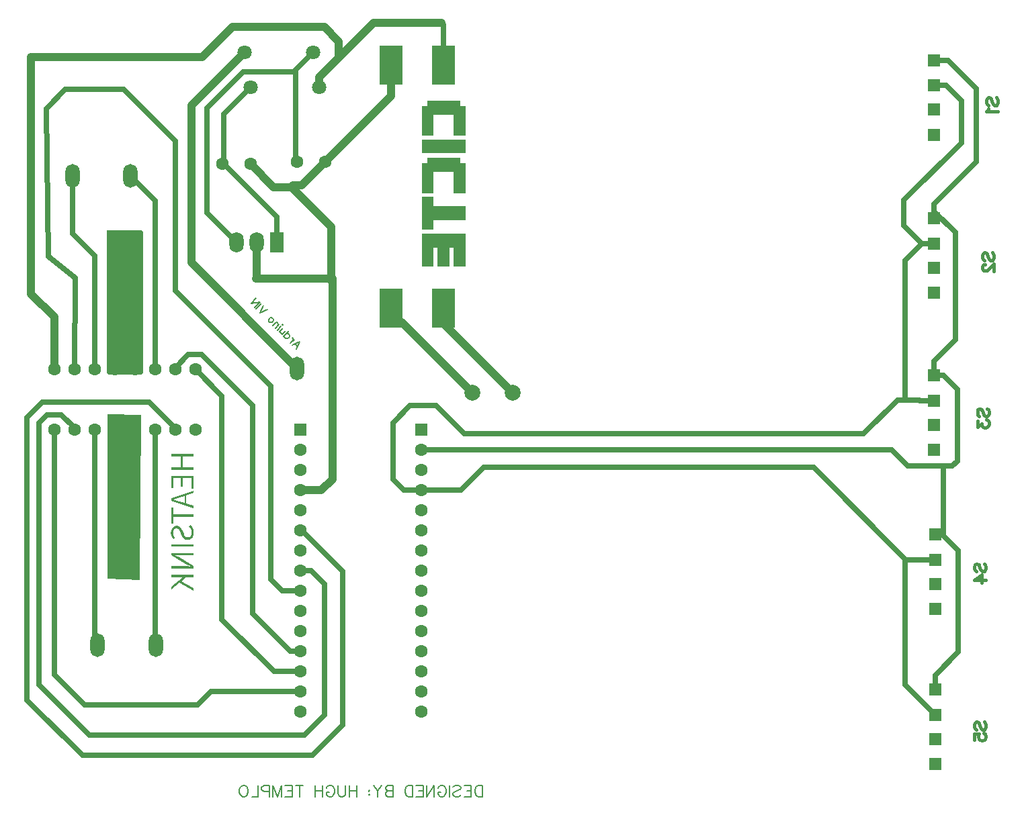
<source format=gbl>
G04 Layer: BottomLayer*
G04 EasyEDA v6.5.42, 2024-03-09 14:26:13*
G04 86abbcd208f74741804ea8bf9407674b,eef5abb128bb431e85b49fc667c07292,10*
G04 Gerber Generator version 0.2*
G04 Scale: 100 percent, Rotated: No, Reflected: No *
G04 Dimensions in millimeters *
G04 leading zeros omitted , absolute positions ,4 integer and 5 decimal *
%FSLAX45Y45*%
%MOMM*%

%ADD10C,0.2032*%
%ADD11C,0.4030*%
%ADD12C,0.7000*%
%ADD13C,1.0000*%
%ADD14O,1.7999964X2.999994*%
%ADD15C,1.6000*%
%ADD16C,1.8000*%
%ADD17R,1.5240X1.5240*%
%ADD18C,2.0000*%
%ADD19R,1.6000X1.6000*%
%ADD20O,1.7999964X2.5999948*%
%ADD21R,1.8000X2.6000*%
%ADD22R,3.0000X5.0000*%
%ADD23C,1.5240*%
%ADD24C,0.6200*%
%ADD25C,0.0188*%

%LPD*%
G36*
X5169966Y-1092758D02*
G01*
X5169966Y-1159814D01*
X5102606Y-1159814D01*
X5102606Y-1538020D01*
X5247640Y-1538020D01*
X5247640Y-1269796D01*
X5506516Y-1269796D01*
X5506516Y-1538020D01*
X5651550Y-1538020D01*
X5651550Y-1159814D01*
X5584190Y-1159814D01*
X5584190Y-1092758D01*
G37*
G36*
X5102606Y-1585518D02*
G01*
X5102606Y-1758492D01*
X5651550Y-1758492D01*
X5651550Y-1585518D01*
G37*
G36*
X5169966Y-1814372D02*
G01*
X5169966Y-1881682D01*
X5102606Y-1881682D01*
X5102606Y-2259634D01*
X5247640Y-2259634D01*
X5247640Y-1991410D01*
X5506516Y-1991410D01*
X5506516Y-2259634D01*
X5651550Y-2259634D01*
X5651550Y-1881682D01*
X5584190Y-1881682D01*
X5584190Y-1814372D01*
G37*
G36*
X5102606Y-2303068D02*
G01*
X5102606Y-2722422D01*
X5247640Y-2722422D01*
X5247640Y-2603296D01*
X5651550Y-2603296D01*
X5651550Y-2421940D01*
X5247640Y-2421940D01*
X5247640Y-2303068D01*
G37*
G36*
X5102606Y-2769158D02*
G01*
X5102606Y-3184194D01*
X5247640Y-3184194D01*
X5247640Y-2950514D01*
X5303520Y-2950514D01*
X5303520Y-3184194D01*
X5450586Y-3184194D01*
X5450586Y-2950514D01*
X5506516Y-2950514D01*
X5506516Y-3184194D01*
X5651550Y-3184194D01*
X5651550Y-2769158D01*
G37*
G36*
X1946198Y-5549188D02*
G01*
X1946198Y-5580684D01*
X2064257Y-5580684D01*
X2064257Y-5715304D01*
X1946198Y-5715304D01*
X1946198Y-5746800D01*
X2225040Y-5746800D01*
X2225040Y-5715304D01*
X2091689Y-5715304D01*
X2091689Y-5580684D01*
X2225040Y-5580684D01*
X2225040Y-5549188D01*
G37*
G36*
X1946198Y-5824270D02*
G01*
X1946198Y-5983020D01*
X1972818Y-5983020D01*
X1972818Y-5855766D01*
X2064816Y-5855766D01*
X2064816Y-5962954D01*
X2091436Y-5962954D01*
X2091436Y-5855766D01*
X2198370Y-5855766D01*
X2198370Y-5987338D01*
X2225040Y-5987338D01*
X2225040Y-5824270D01*
G37*
G36*
X2225040Y-6009690D02*
G01*
X1946198Y-6104940D01*
X1946198Y-6122466D01*
X1972614Y-6122466D01*
X1972614Y-6120942D01*
X2002739Y-6112357D01*
X2049373Y-6098133D01*
X2112314Y-6078016D01*
X2112314Y-6165900D01*
X2049373Y-6145631D01*
X2020214Y-6136538D01*
X1972614Y-6122466D01*
X1946198Y-6122466D01*
X1946198Y-6139738D01*
X2225040Y-6235242D01*
X2225040Y-6201714D01*
X2137156Y-6174028D01*
X2137156Y-6069888D01*
X2225040Y-6041440D01*
G37*
G36*
X1946198Y-6226860D02*
G01*
X1946198Y-6429298D01*
X1972818Y-6429298D01*
X1972818Y-6343954D01*
X2225040Y-6343954D01*
X2225040Y-6311950D01*
X1972818Y-6311950D01*
X1972818Y-6226860D01*
G37*
G36*
X2188514Y-6441744D02*
G01*
X2166874Y-6460794D01*
X2174595Y-6468770D01*
X2181504Y-6477406D01*
X2184654Y-6481978D01*
X2190242Y-6491478D01*
X2194814Y-6501434D01*
X2196744Y-6506565D01*
X2198370Y-6511798D01*
X2199741Y-6517131D01*
X2200808Y-6522516D01*
X2201570Y-6527952D01*
X2202230Y-6539026D01*
X2201976Y-6545986D01*
X2201316Y-6552590D01*
X2200249Y-6558838D01*
X2198725Y-6564680D01*
X2196846Y-6570116D01*
X2194560Y-6575145D01*
X2191969Y-6579768D01*
X2188972Y-6583934D01*
X2185670Y-6587642D01*
X2182012Y-6590893D01*
X2178050Y-6593738D01*
X2173833Y-6596024D01*
X2169312Y-6597853D01*
X2164486Y-6599174D01*
X2159457Y-6599986D01*
X2154174Y-6600240D01*
X2147112Y-6599834D01*
X2140813Y-6598564D01*
X2135174Y-6596583D01*
X2130196Y-6593840D01*
X2125726Y-6590487D01*
X2121662Y-6586474D01*
X2118055Y-6581952D01*
X2114702Y-6576923D01*
X2111603Y-6571437D01*
X2105761Y-6559296D01*
X2080361Y-6502450D01*
X2074925Y-6492544D01*
X2071827Y-6487668D01*
X2068423Y-6482994D01*
X2064715Y-6478473D01*
X2060651Y-6474206D01*
X2056282Y-6470243D01*
X2051507Y-6466636D01*
X2046325Y-6463436D01*
X2040788Y-6460693D01*
X2034793Y-6458508D01*
X2028342Y-6456832D01*
X2021382Y-6455816D01*
X2014016Y-6455460D01*
X2007768Y-6455714D01*
X2001723Y-6456527D01*
X1995881Y-6457848D01*
X1990242Y-6459677D01*
X1984857Y-6461963D01*
X1979726Y-6464706D01*
X1974799Y-6467906D01*
X1970227Y-6471513D01*
X1965858Y-6475526D01*
X1961845Y-6479946D01*
X1958136Y-6484721D01*
X1954784Y-6489852D01*
X1951736Y-6495338D01*
X1949094Y-6501130D01*
X1946757Y-6507226D01*
X1944878Y-6513576D01*
X1943354Y-6520230D01*
X1942236Y-6527139D01*
X1941575Y-6534251D01*
X1941322Y-6541566D01*
X1941525Y-6547815D01*
X1941982Y-6553911D01*
X1942795Y-6559905D01*
X1943862Y-6565747D01*
X1945182Y-6571437D01*
X1948738Y-6582409D01*
X1950872Y-6587642D01*
X1953260Y-6592722D01*
X1955850Y-6597599D01*
X1961692Y-6606844D01*
X1968347Y-6615277D01*
X1975612Y-6622846D01*
X1995678Y-6606082D01*
X1991766Y-6601714D01*
X1988057Y-6597142D01*
X1984654Y-6592468D01*
X1981555Y-6587591D01*
X1978761Y-6582562D01*
X1976272Y-6577330D01*
X1974138Y-6571945D01*
X1972360Y-6566306D01*
X1970938Y-6560464D01*
X1969871Y-6554419D01*
X1969262Y-6548120D01*
X1969007Y-6541566D01*
X1969363Y-6533743D01*
X1970379Y-6526377D01*
X1972005Y-6519519D01*
X1974291Y-6513220D01*
X1977136Y-6507480D01*
X1980539Y-6502400D01*
X1984502Y-6498031D01*
X1989023Y-6494322D01*
X1994001Y-6491376D01*
X1999437Y-6489242D01*
X2005380Y-6487922D01*
X2011730Y-6487464D01*
X2018538Y-6487972D01*
X2024634Y-6489446D01*
X2030120Y-6491732D01*
X2034997Y-6494780D01*
X2039366Y-6498488D01*
X2043277Y-6502704D01*
X2046782Y-6507378D01*
X2049932Y-6512407D01*
X2052828Y-6517690D01*
X2057907Y-6528562D01*
X2077212Y-6574332D01*
X2082850Y-6586016D01*
X2085848Y-6591553D01*
X2089099Y-6596888D01*
X2092502Y-6601968D01*
X2096211Y-6606743D01*
X2100122Y-6611162D01*
X2104390Y-6615277D01*
X2108962Y-6619036D01*
X2113838Y-6622338D01*
X2119122Y-6625234D01*
X2124760Y-6627672D01*
X2130856Y-6629653D01*
X2137410Y-6631076D01*
X2144420Y-6631940D01*
X2151888Y-6632244D01*
X2157374Y-6632041D01*
X2162708Y-6631482D01*
X2167890Y-6630568D01*
X2172970Y-6629298D01*
X2177897Y-6627672D01*
X2182672Y-6625691D01*
X2187295Y-6623405D01*
X2191715Y-6620764D01*
X2195982Y-6617766D01*
X2200046Y-6614515D01*
X2203856Y-6610908D01*
X2207514Y-6606997D01*
X2210917Y-6602780D01*
X2214067Y-6598310D01*
X2216962Y-6593535D01*
X2219604Y-6588455D01*
X2221992Y-6583121D01*
X2224125Y-6577482D01*
X2225903Y-6571589D01*
X2227376Y-6565493D01*
X2228596Y-6559092D01*
X2229459Y-6552488D01*
X2229967Y-6545630D01*
X2230120Y-6538518D01*
X2229967Y-6531152D01*
X2229408Y-6523990D01*
X2228494Y-6516928D01*
X2227224Y-6510070D01*
X2225649Y-6503365D01*
X2223719Y-6496862D01*
X2221484Y-6490512D01*
X2218944Y-6484315D01*
X2216099Y-6478320D01*
X2212949Y-6472529D01*
X2209495Y-6466890D01*
X2205837Y-6461455D01*
X2201875Y-6456222D01*
X2197658Y-6451193D01*
X2193188Y-6446367D01*
G37*
G36*
X1946198Y-6687870D02*
G01*
X1946198Y-6719620D01*
X2225040Y-6719620D01*
X2225040Y-6687870D01*
G37*
G36*
X1946198Y-6797344D02*
G01*
X1946198Y-6829602D01*
X2126742Y-6935266D01*
X2183892Y-6965238D01*
X2183892Y-6967270D01*
X2155444Y-6965238D01*
X2126183Y-6963613D01*
X2097024Y-6962952D01*
X1946198Y-6962952D01*
X1946198Y-6993178D01*
X2225040Y-6993178D01*
X2225040Y-6960412D01*
X2044446Y-6855510D01*
X1987296Y-6825030D01*
X1987296Y-6823252D01*
X2029460Y-6825742D01*
X2043684Y-6826402D01*
X2065172Y-6827012D01*
X2225040Y-6827062D01*
X2225040Y-6797344D01*
G37*
G36*
X1946198Y-7070902D02*
G01*
X1946198Y-7102398D01*
X2089912Y-7102398D01*
X2089912Y-7103160D01*
X1946198Y-7224064D01*
X1946198Y-7260132D01*
X2051812Y-7172502D01*
X2225040Y-7273086D01*
X2225040Y-7238034D01*
X2076196Y-7152436D01*
X2135124Y-7102398D01*
X2225040Y-7102398D01*
X2225040Y-7070902D01*
G37*
D10*
X3563541Y-4132033D02*
G01*
X3521755Y-4225244D01*
X3563541Y-4132033D02*
G01*
X3470330Y-4173816D01*
X3534613Y-4193103D02*
G01*
X3502472Y-4160961D01*
X3494115Y-4107606D02*
G01*
X3449116Y-4152602D01*
X3474831Y-4126890D02*
G01*
X3481257Y-4114035D01*
X3481257Y-4101177D01*
X3478044Y-4091536D01*
X3468403Y-4081894D01*
X3431118Y-3999610D02*
G01*
X3363622Y-4067108D01*
X3398977Y-4031752D02*
G01*
X3411834Y-4031752D01*
X3421476Y-4034967D01*
X3431118Y-4044609D01*
X3434334Y-4054251D01*
X3434334Y-4067108D01*
X3427905Y-4079963D01*
X3421476Y-4086392D01*
X3408619Y-4092821D01*
X3395764Y-4092821D01*
X3386122Y-4089608D01*
X3376477Y-4079963D01*
X3373264Y-4070322D01*
X3373264Y-4057467D01*
X3387407Y-4000898D02*
G01*
X3355266Y-4033039D01*
X3342408Y-4039466D01*
X3332767Y-4036253D01*
X3323125Y-4026611D01*
X3319909Y-4016969D01*
X3319909Y-3997683D01*
X3352050Y-3965541D02*
G01*
X3307054Y-4010540D01*
X3353338Y-3921831D02*
G01*
X3346909Y-3921831D01*
X3346909Y-3915402D01*
X3353338Y-3915402D01*
X3353338Y-3921831D01*
X3327623Y-3941114D02*
G01*
X3282627Y-3986113D01*
X3303196Y-3916687D02*
G01*
X3258200Y-3961686D01*
X3290341Y-3929545D02*
G01*
X3290341Y-3910258D01*
X3287125Y-3900617D01*
X3277483Y-3890975D01*
X3267842Y-3887762D01*
X3254984Y-3894188D01*
X3222843Y-3926329D01*
X3230557Y-3844048D02*
G01*
X3233773Y-3853690D01*
X3233773Y-3866548D01*
X3227344Y-3879405D01*
X3220915Y-3885831D01*
X3208058Y-3892260D01*
X3195203Y-3892260D01*
X3185561Y-3889047D01*
X3175916Y-3879405D01*
X3172703Y-3869761D01*
X3172703Y-3856906D01*
X3179132Y-3844048D01*
X3185561Y-3837619D01*
X3198416Y-3831193D01*
X3211273Y-3831193D01*
X3220915Y-3834406D01*
X3230557Y-3844048D01*
X3156633Y-3725125D02*
G01*
X3063422Y-3766911D01*
X3105208Y-3673701D02*
G01*
X3063422Y-3766911D01*
X3083994Y-3652486D02*
G01*
X3016498Y-3719984D01*
X3062780Y-3631275D02*
G01*
X2995284Y-3698770D01*
X3062780Y-3631275D02*
G01*
X2950286Y-3653772D01*
X3017784Y-3586276D02*
G01*
X2950286Y-3653772D01*
X5867400Y-9729236D02*
G01*
X5867400Y-9872418D01*
X5867400Y-9729236D02*
G01*
X5819673Y-9729236D01*
X5799218Y-9736053D01*
X5785581Y-9749690D01*
X5778764Y-9763328D01*
X5771946Y-9783782D01*
X5771946Y-9817872D01*
X5778764Y-9838326D01*
X5785581Y-9851964D01*
X5799218Y-9865601D01*
X5819673Y-9872418D01*
X5867400Y-9872418D01*
X5726945Y-9729236D02*
G01*
X5726945Y-9872418D01*
X5726945Y-9729236D02*
G01*
X5638309Y-9729236D01*
X5726945Y-9797417D02*
G01*
X5672401Y-9797417D01*
X5726945Y-9872418D02*
G01*
X5638309Y-9872418D01*
X5497855Y-9749690D02*
G01*
X5511492Y-9736053D01*
X5531947Y-9729236D01*
X5559219Y-9729236D01*
X5579673Y-9736053D01*
X5593308Y-9749690D01*
X5593308Y-9763328D01*
X5586491Y-9776962D01*
X5579673Y-9783782D01*
X5566036Y-9790600D01*
X5525127Y-9804237D01*
X5511492Y-9811054D01*
X5504672Y-9817872D01*
X5497855Y-9831509D01*
X5497855Y-9851964D01*
X5511492Y-9865601D01*
X5531947Y-9872418D01*
X5559219Y-9872418D01*
X5579673Y-9865601D01*
X5593308Y-9851964D01*
X5452854Y-9729236D02*
G01*
X5452854Y-9872418D01*
X5305582Y-9763328D02*
G01*
X5312402Y-9749690D01*
X5326037Y-9736053D01*
X5339674Y-9729236D01*
X5366946Y-9729236D01*
X5380583Y-9736053D01*
X5394218Y-9749690D01*
X5401038Y-9763328D01*
X5407855Y-9783782D01*
X5407855Y-9817872D01*
X5401038Y-9838326D01*
X5394218Y-9851964D01*
X5380583Y-9865601D01*
X5366946Y-9872418D01*
X5339674Y-9872418D01*
X5326037Y-9865601D01*
X5312402Y-9851964D01*
X5305582Y-9838326D01*
X5305582Y-9817872D01*
X5339674Y-9817872D02*
G01*
X5305582Y-9817872D01*
X5260583Y-9729236D02*
G01*
X5260583Y-9872418D01*
X5260583Y-9729236D02*
G01*
X5165128Y-9872418D01*
X5165128Y-9729236D02*
G01*
X5165128Y-9872418D01*
X5120129Y-9729236D02*
G01*
X5120129Y-9872418D01*
X5120129Y-9729236D02*
G01*
X5031493Y-9729236D01*
X5120129Y-9797417D02*
G01*
X5065582Y-9797417D01*
X5120129Y-9872418D02*
G01*
X5031493Y-9872418D01*
X4986492Y-9729236D02*
G01*
X4986492Y-9872418D01*
X4986492Y-9729236D02*
G01*
X4938765Y-9729236D01*
X4918311Y-9736053D01*
X4904673Y-9749690D01*
X4897856Y-9763328D01*
X4891039Y-9783782D01*
X4891039Y-9817872D01*
X4897856Y-9838326D01*
X4904673Y-9851964D01*
X4918311Y-9865601D01*
X4938765Y-9872418D01*
X4986492Y-9872418D01*
X4741039Y-9729236D02*
G01*
X4741039Y-9872418D01*
X4741039Y-9729236D02*
G01*
X4679675Y-9729236D01*
X4659221Y-9736053D01*
X4652401Y-9742873D01*
X4645583Y-9756508D01*
X4645583Y-9770145D01*
X4652401Y-9783782D01*
X4659221Y-9790600D01*
X4679675Y-9797417D01*
X4741039Y-9797417D02*
G01*
X4679675Y-9797417D01*
X4659221Y-9804237D01*
X4652401Y-9811054D01*
X4645583Y-9824692D01*
X4645583Y-9845146D01*
X4652401Y-9858781D01*
X4659221Y-9865601D01*
X4679675Y-9872418D01*
X4741039Y-9872418D01*
X4600585Y-9729236D02*
G01*
X4546038Y-9797417D01*
X4546038Y-9872418D01*
X4491494Y-9729236D02*
G01*
X4546038Y-9797417D01*
X4439676Y-9790600D02*
G01*
X4446493Y-9797417D01*
X4439676Y-9804237D01*
X4432856Y-9797417D01*
X4439676Y-9790600D01*
X4439676Y-9838326D02*
G01*
X4446493Y-9845146D01*
X4439676Y-9851964D01*
X4432856Y-9845146D01*
X4439676Y-9838326D01*
X4282856Y-9729236D02*
G01*
X4282856Y-9872418D01*
X4187403Y-9729236D02*
G01*
X4187403Y-9872418D01*
X4282856Y-9797417D02*
G01*
X4187403Y-9797417D01*
X4142402Y-9729236D02*
G01*
X4142402Y-9831509D01*
X4135584Y-9851964D01*
X4121950Y-9865601D01*
X4101495Y-9872418D01*
X4087858Y-9872418D01*
X4067403Y-9865601D01*
X4053766Y-9851964D01*
X4046948Y-9831509D01*
X4046948Y-9729236D01*
X3899677Y-9763328D02*
G01*
X3906494Y-9749690D01*
X3920131Y-9736053D01*
X3933766Y-9729236D01*
X3961041Y-9729236D01*
X3974675Y-9736053D01*
X3988313Y-9749690D01*
X3995130Y-9763328D01*
X4001950Y-9783782D01*
X4001950Y-9817872D01*
X3995130Y-9838326D01*
X3988313Y-9851964D01*
X3974675Y-9865601D01*
X3961041Y-9872418D01*
X3933766Y-9872418D01*
X3920131Y-9865601D01*
X3906494Y-9851964D01*
X3899677Y-9838326D01*
X3899677Y-9817872D01*
X3933766Y-9817872D02*
G01*
X3899677Y-9817872D01*
X3854676Y-9729236D02*
G01*
X3854676Y-9872418D01*
X3759222Y-9729236D02*
G01*
X3759222Y-9872418D01*
X3854676Y-9797417D02*
G01*
X3759222Y-9797417D01*
X3561496Y-9729236D02*
G01*
X3561496Y-9872418D01*
X3609223Y-9729236D02*
G01*
X3513767Y-9729236D01*
X3468768Y-9729236D02*
G01*
X3468768Y-9872418D01*
X3468768Y-9729236D02*
G01*
X3380132Y-9729236D01*
X3468768Y-9797417D02*
G01*
X3414222Y-9797417D01*
X3468768Y-9872418D02*
G01*
X3380132Y-9872418D01*
X3335131Y-9729236D02*
G01*
X3335131Y-9872418D01*
X3335131Y-9729236D02*
G01*
X3280587Y-9872418D01*
X3226041Y-9729236D02*
G01*
X3280587Y-9872418D01*
X3226041Y-9729236D02*
G01*
X3226041Y-9872418D01*
X3181042Y-9729236D02*
G01*
X3181042Y-9872418D01*
X3181042Y-9729236D02*
G01*
X3119678Y-9729236D01*
X3099224Y-9736053D01*
X3092404Y-9742873D01*
X3085586Y-9756508D01*
X3085586Y-9776962D01*
X3092404Y-9790600D01*
X3099224Y-9797417D01*
X3119678Y-9804237D01*
X3181042Y-9804237D01*
X3040588Y-9729236D02*
G01*
X3040588Y-9872418D01*
X3040588Y-9872418D02*
G01*
X2958769Y-9872418D01*
X2872859Y-9729236D02*
G01*
X2886496Y-9736053D01*
X2900133Y-9749690D01*
X2906951Y-9763328D01*
X2913768Y-9783782D01*
X2913768Y-9817872D01*
X2906951Y-9838326D01*
X2900133Y-9851964D01*
X2886496Y-9865601D01*
X2872859Y-9872418D01*
X2845587Y-9872418D01*
X2831952Y-9865601D01*
X2818315Y-9851964D01*
X2811498Y-9838326D01*
X2804678Y-9817872D01*
X2804678Y-9783782D01*
X2811498Y-9763328D01*
X2818315Y-9749690D01*
X2831952Y-9736053D01*
X2845587Y-9729236D01*
X2872859Y-9729236D01*
D11*
X12238890Y-1149553D02*
G01*
X12225253Y-1135918D01*
X12218436Y-1115463D01*
X12218436Y-1088191D01*
X12225253Y-1067737D01*
X12238890Y-1054100D01*
X12252528Y-1054100D01*
X12266162Y-1060917D01*
X12272982Y-1067737D01*
X12279800Y-1081371D01*
X12293437Y-1122281D01*
X12300254Y-1135918D01*
X12307072Y-1142735D01*
X12320709Y-1149553D01*
X12341164Y-1149553D01*
X12354800Y-1135918D01*
X12361618Y-1115463D01*
X12361618Y-1088191D01*
X12354800Y-1067737D01*
X12341164Y-1054100D01*
X12245708Y-1194554D02*
G01*
X12238890Y-1208191D01*
X12218436Y-1228646D01*
X12361618Y-1228646D01*
X12188090Y-3105353D02*
G01*
X12174453Y-3091718D01*
X12167636Y-3071263D01*
X12167636Y-3043991D01*
X12174453Y-3023537D01*
X12188090Y-3009900D01*
X12201728Y-3009900D01*
X12215362Y-3016717D01*
X12222182Y-3023537D01*
X12229000Y-3037171D01*
X12242637Y-3078081D01*
X12249454Y-3091718D01*
X12256272Y-3098535D01*
X12269909Y-3105353D01*
X12290364Y-3105353D01*
X12304001Y-3091718D01*
X12310818Y-3071263D01*
X12310818Y-3043991D01*
X12304001Y-3023537D01*
X12290364Y-3009900D01*
X12201728Y-3157171D02*
G01*
X12194908Y-3157171D01*
X12181273Y-3163991D01*
X12174453Y-3170809D01*
X12167636Y-3184446D01*
X12167636Y-3211718D01*
X12174453Y-3225352D01*
X12181273Y-3232172D01*
X12194908Y-3238990D01*
X12208545Y-3238990D01*
X12222182Y-3232172D01*
X12242637Y-3218535D01*
X12310818Y-3150354D01*
X12310818Y-3245807D01*
X12124590Y-5073853D02*
G01*
X12110953Y-5060218D01*
X12104136Y-5039763D01*
X12104136Y-5012491D01*
X12110953Y-4992037D01*
X12124590Y-4978400D01*
X12138228Y-4978400D01*
X12151862Y-4985217D01*
X12158682Y-4992037D01*
X12165500Y-5005671D01*
X12179137Y-5046581D01*
X12185954Y-5060218D01*
X12192772Y-5067035D01*
X12206409Y-5073853D01*
X12226864Y-5073853D01*
X12240501Y-5060218D01*
X12247318Y-5039763D01*
X12247318Y-5012491D01*
X12240501Y-4992037D01*
X12226864Y-4978400D01*
X12104136Y-5132491D02*
G01*
X12104136Y-5207490D01*
X12158682Y-5166580D01*
X12158682Y-5187035D01*
X12165500Y-5200672D01*
X12172317Y-5207490D01*
X12192772Y-5214307D01*
X12206409Y-5214307D01*
X12226864Y-5207490D01*
X12240501Y-5193852D01*
X12247318Y-5173400D01*
X12247318Y-5152946D01*
X12240501Y-5132491D01*
X12233681Y-5125671D01*
X12220046Y-5118854D01*
X12086490Y-7029653D02*
G01*
X12072853Y-7016018D01*
X12066036Y-6995563D01*
X12066036Y-6968291D01*
X12072853Y-6947837D01*
X12086490Y-6934200D01*
X12100128Y-6934200D01*
X12113762Y-6941017D01*
X12120582Y-6947837D01*
X12127400Y-6961471D01*
X12141037Y-7002381D01*
X12147854Y-7016018D01*
X12154672Y-7022835D01*
X12168309Y-7029653D01*
X12188764Y-7029653D01*
X12202401Y-7016018D01*
X12209218Y-6995563D01*
X12209218Y-6968291D01*
X12202401Y-6947837D01*
X12188764Y-6934200D01*
X12066036Y-7142835D02*
G01*
X12161492Y-7074654D01*
X12161492Y-7176927D01*
X12066036Y-7142835D02*
G01*
X12209218Y-7142835D01*
X12086490Y-9023553D02*
G01*
X12072853Y-9009918D01*
X12066036Y-8989463D01*
X12066036Y-8962191D01*
X12072853Y-8941737D01*
X12086490Y-8928100D01*
X12100128Y-8928100D01*
X12113762Y-8934917D01*
X12120582Y-8941737D01*
X12127400Y-8955371D01*
X12141037Y-8996281D01*
X12147854Y-9009918D01*
X12154672Y-9016735D01*
X12168309Y-9023553D01*
X12188764Y-9023553D01*
X12202401Y-9009918D01*
X12209218Y-8989463D01*
X12209218Y-8962191D01*
X12202401Y-8941737D01*
X12188764Y-8928100D01*
X12066036Y-9150372D02*
G01*
X12066036Y-9082191D01*
X12127400Y-9075371D01*
X12120582Y-9082191D01*
X12113762Y-9102646D01*
X12113762Y-9123100D01*
X12120582Y-9143552D01*
X12134217Y-9157190D01*
X12154672Y-9164007D01*
X12168309Y-9164007D01*
X12188764Y-9157190D01*
X12202401Y-9143552D01*
X12209218Y-9123100D01*
X12209218Y-9102646D01*
X12202401Y-9082191D01*
X12195581Y-9075371D01*
X12181946Y-9068554D01*
G36*
X1143000Y-5048250D02*
G01*
X1143000Y-7124700D01*
X1549400Y-7137400D01*
X1562100Y-5054600D01*
G37*
G36*
X1130300Y-2730500D02*
G01*
X1130300Y-4521200D01*
X1155700Y-4546600D01*
X1562100Y-4546600D01*
X1587500Y-4521200D01*
X1587500Y-2743200D01*
X1574800Y-2730500D01*
G37*
D12*
X3568725Y-7023150D02*
G01*
X3708425Y-7023150D01*
X3873525Y-7188250D01*
X3873525Y-8839250D01*
X3619525Y-9093250D01*
X914425Y-9093250D01*
X279679Y-8458504D01*
X279679Y-5157012D01*
X380771Y-5056174D01*
X558571Y-5056174D01*
X723925Y-5221274D01*
X723925Y-5245150D01*
X723925Y-4483150D02*
G01*
X736625Y-3327450D01*
X393725Y-3060750D01*
X368325Y-1193850D01*
X609625Y-952550D01*
X1346225Y-952550D01*
X1993925Y-1600250D01*
X1993925Y-3492550D01*
X3196615Y-4695240D01*
X3196615Y-7133640D01*
X3340125Y-7277150D01*
X3568725Y-7277150D01*
X469902Y-5245097D02*
G01*
X469902Y-8331502D01*
X851308Y-8712908D01*
X2281227Y-8712908D01*
X2447038Y-8547097D01*
X3568702Y-8547097D01*
X11375773Y-4876797D02*
G01*
X11366756Y-4867780D01*
X11479100Y-6883397D02*
G01*
X11569702Y-6883397D01*
X11479100Y-6883397D02*
G01*
X11388473Y-6883397D01*
X11557002Y-4876797D02*
G01*
X11375773Y-4876797D01*
X11557002Y-4559297D02*
G01*
X11557002Y-4378068D01*
X11557002Y-2487470D02*
G01*
X11557002Y-2396868D01*
X11557002Y-2578097D02*
G01*
X11557002Y-2487470D01*
X11569702Y-8521697D02*
G01*
X11569702Y-8340468D01*
X11569702Y-6565897D02*
G01*
X11660329Y-6565897D01*
X3514752Y-730171D02*
G01*
X3514752Y-1848253D01*
X3533396Y-1866897D01*
X3737000Y-482600D02*
G01*
X3514752Y-704847D01*
X3514752Y-730173D01*
X5372100Y-647700D02*
G01*
X5372100Y-140253D01*
X5346702Y-114856D01*
X2609115Y-1892297D02*
G01*
X2593596Y-1892297D01*
X977902Y-5245097D02*
G01*
X977902Y-7921500D01*
X1019301Y-7962900D01*
X1993925Y-5245150D02*
G01*
X1993925Y-5221782D01*
X1667789Y-4895646D01*
X324891Y-4895646D01*
X130073Y-5090718D01*
X130073Y-8651798D01*
X825525Y-9347250D01*
X3721125Y-9347250D01*
X4102125Y-8966250D01*
X4102125Y-7030008D01*
X3587013Y-6515150D01*
X3568725Y-6515150D01*
X1993925Y-4483150D02*
G01*
X1993925Y-4459782D01*
X2155977Y-4297984D01*
X2331745Y-4297984D01*
X2968269Y-4934508D01*
X2968269Y-7565694D01*
X3441725Y-8039150D01*
X3568725Y-8039150D01*
X2247925Y-4483150D02*
G01*
X2584475Y-4819700D01*
X2584475Y-7639100D01*
X3238525Y-8293150D01*
X3568725Y-8293150D01*
D13*
X4686302Y-3885615D02*
G01*
X4854371Y-3885615D01*
X5743955Y-4775200D01*
X5346702Y-3885615D02*
G01*
X5355259Y-3885615D01*
X6244843Y-4775200D01*
X4711700Y-3708400D02*
G01*
X4711700Y-3860218D01*
X4686302Y-3885615D01*
X5372100Y-3708400D02*
G01*
X5372100Y-3860218D01*
X5346702Y-3885615D01*
D12*
X1739927Y-5245148D02*
G01*
X1739927Y-7953529D01*
X1749297Y-7962900D01*
X1739902Y-4483097D02*
G01*
X1739902Y-2352804D01*
X1431797Y-2044700D01*
D13*
X469925Y-4483150D02*
G01*
X469925Y-3822750D01*
X177825Y-3530650D01*
X177825Y-546150D01*
X2336825Y-546150D01*
X4055389Y-552246D02*
G01*
X4055389Y-346760D01*
X3873525Y-165150D01*
X2717825Y-165150D01*
X2336825Y-546150D01*
X5346702Y-114856D02*
G01*
X5346550Y-114703D01*
X4492754Y-114703D01*
X3813202Y-794255D01*
X3813202Y-927097D01*
X4711700Y-647700D02*
G01*
X4711700Y-1038611D01*
X3883411Y-1866897D01*
X3480079Y-2200948D02*
G01*
X3480079Y-2159050D01*
X3591331Y-2159050D01*
X3883431Y-1866950D01*
X2943631Y-1892350D02*
G01*
X3235731Y-2184450D01*
X3480079Y-2184450D01*
X2866923Y-482650D02*
G01*
X2197125Y-1152448D01*
X2197125Y-3136950D01*
X3530625Y-4470450D01*
X1231900Y-4483100D02*
G01*
X1485900Y-4483100D01*
D12*
X977925Y-4483150D02*
G01*
X977925Y-3048050D01*
X701827Y-2771952D01*
X701827Y-2044750D01*
D13*
X1231900Y-5245100D02*
G01*
X1485900Y-5245100D01*
X3962400Y-3365500D02*
G01*
X3962425Y-3294430D01*
X3962425Y-2683306D01*
X3480079Y-2200960D01*
X3009925Y-3340150D02*
G01*
X3975125Y-3340150D01*
X3975125Y-5867450D01*
X3835425Y-6007150D01*
X3568725Y-6007150D01*
X3022625Y-2883407D02*
G01*
X3022625Y-3340150D01*
D12*
X2609115Y-1892297D02*
G01*
X3276602Y-2559784D01*
X3276602Y-2883405D01*
X2943202Y-927097D02*
G01*
X2609115Y-1261183D01*
X2609115Y-1892297D01*
X3514752Y-730171D02*
G01*
X2851203Y-730171D01*
X2396848Y-1184526D01*
X2396848Y-2510660D01*
X2768602Y-2882414D01*
X11557025Y-2487472D02*
G01*
X11823725Y-2754172D01*
X11823725Y-4111294D01*
X11557025Y-4377994D01*
X11660403Y-5699302D02*
G01*
X11788673Y-5699302D01*
X11849125Y-5638850D01*
X11849125Y-4737150D01*
X11671325Y-4559350D01*
X11557025Y-4559350D01*
X11366779Y-4867706D02*
G01*
X11096269Y-4867706D01*
X10668025Y-5295950D01*
X5638825Y-5295950D01*
X5283225Y-4940350D01*
X4953025Y-4940350D01*
X4737125Y-5156250D01*
X4737125Y-5867450D01*
X4876825Y-6007150D01*
X5092725Y-6007150D01*
X5092725Y-5499150D02*
G01*
X11023625Y-5499150D01*
X11223777Y-5699302D01*
X11660403Y-5699302D01*
X11671297Y-5715000D02*
G01*
X11671297Y-6581622D01*
X11569725Y-8839250D02*
G01*
X11188725Y-8458250D01*
X11188725Y-6883450D01*
X11388369Y-6883450D01*
X5092725Y-6007150D02*
G01*
X5599201Y-6007150D01*
X5886729Y-5719368D01*
X10037343Y-5719368D01*
X11201425Y-6883450D01*
X11388369Y-6883450D01*
X11660403Y-6565950D02*
G01*
X11861825Y-6767372D01*
X11861825Y-8048294D01*
X11569725Y-8340394D01*
X11366779Y-4867706D02*
G01*
X11188725Y-4867706D01*
X11188725Y-3111550D01*
X11404625Y-2895650D01*
X11557025Y-2895650D01*
X11557025Y-2895650D02*
G01*
X11404625Y-2895650D01*
X11176025Y-2667050D01*
X11176025Y-2349296D01*
X11899925Y-1625396D01*
X11899925Y-1092250D01*
X11709425Y-901750D01*
X11557025Y-901750D01*
X11557025Y-584250D02*
G01*
X11734825Y-584250D01*
X12090425Y-939850D01*
X12090425Y-1863394D01*
X11557025Y-2396794D01*
D14*
G01*
X1431797Y-2044700D03*
G01*
X701801Y-2044700D03*
G01*
X1019301Y-7962900D03*
G01*
X1749297Y-7962900D03*
D15*
G01*
X3533393Y-1866900D03*
G01*
X3883405Y-1866900D03*
G01*
X2593593Y-1892300D03*
G01*
X2943605Y-1892300D03*
D16*
G01*
X2943199Y-927100D03*
G01*
X3813200Y-927100D03*
G01*
X2866999Y-482600D03*
G01*
X3737000Y-482600D03*
D17*
G01*
X11557000Y-584200D03*
G01*
X11557000Y-901700D03*
G01*
X11557000Y-1206500D03*
G01*
X11557000Y-1524000D03*
G01*
X11557000Y-2578100D03*
G01*
X11557000Y-2895600D03*
G01*
X11557000Y-3200400D03*
G01*
X11557000Y-3517900D03*
G01*
X11557000Y-4559300D03*
G01*
X11557000Y-4876800D03*
G01*
X11557000Y-5181600D03*
G01*
X11557000Y-5499100D03*
G01*
X11569700Y-6565900D03*
G01*
X11569700Y-6883400D03*
G01*
X11569700Y-7188200D03*
G01*
X11569700Y-7505700D03*
G01*
X11569700Y-8521700D03*
G01*
X11569700Y-8839200D03*
G01*
X11569700Y-9144000D03*
G01*
X11569700Y-9461500D03*
D18*
G01*
X5743955Y-4775200D03*
G01*
X6244843Y-4775200D03*
D19*
G01*
X3568700Y-5245100D03*
D15*
G01*
X5092700Y-5499100D03*
G01*
X5092700Y-6007100D03*
G01*
X5092700Y-6515100D03*
G01*
X5092700Y-7023100D03*
G01*
X5092700Y-7531100D03*
G01*
X5092700Y-8039100D03*
G01*
X5092700Y-8547100D03*
G01*
X3568700Y-8801100D03*
G01*
X3568700Y-8293100D03*
G01*
X3568700Y-7785100D03*
G01*
X3568700Y-7277100D03*
G01*
X3568700Y-6769100D03*
G01*
X3568700Y-6261100D03*
G01*
X3568700Y-5753100D03*
G01*
X3568700Y-5499100D03*
G01*
X3568700Y-6007100D03*
G01*
X3568700Y-6515100D03*
G01*
X3568700Y-7023100D03*
G01*
X3568700Y-7531100D03*
G01*
X3568700Y-8039100D03*
G01*
X3568700Y-8547100D03*
G01*
X5092700Y-8801100D03*
G01*
X5092700Y-8293100D03*
G01*
X5092700Y-7785100D03*
G01*
X5092700Y-7277100D03*
G01*
X5092700Y-6769100D03*
G01*
X5092700Y-6261100D03*
G01*
X5092700Y-5753100D03*
D19*
G01*
X5092700Y-5245100D03*
D15*
G01*
X2247900Y-4483100D03*
G01*
X1993900Y-4483100D03*
G01*
X1739900Y-4483100D03*
G01*
X1485900Y-4483100D03*
G01*
X1231900Y-4483100D03*
G01*
X977900Y-4483100D03*
G01*
X723900Y-4483100D03*
G01*
X469900Y-4483100D03*
G01*
X469900Y-5245100D03*
G01*
X723900Y-5245100D03*
G01*
X977900Y-5245100D03*
G01*
X1231900Y-5245100D03*
G01*
X1485900Y-5245100D03*
G01*
X1739900Y-5245100D03*
G01*
X1993900Y-5245100D03*
G01*
X2247900Y-5245100D03*
D20*
G01*
X3022625Y-2883407D03*
G01*
X2768600Y-2882417D03*
D21*
G01*
X3276600Y-2883407D03*
D22*
G01*
X5372100Y-647700D03*
G01*
X4711700Y-647700D03*
G01*
X5372100Y-3708400D03*
G01*
X4711700Y-3708400D03*
D14*
G01*
X3530625Y-4470450D03*
D23*
G01*
X11569700Y-7188200D03*
D24*
G01*
X3530625Y-4470450D03*
M02*

</source>
